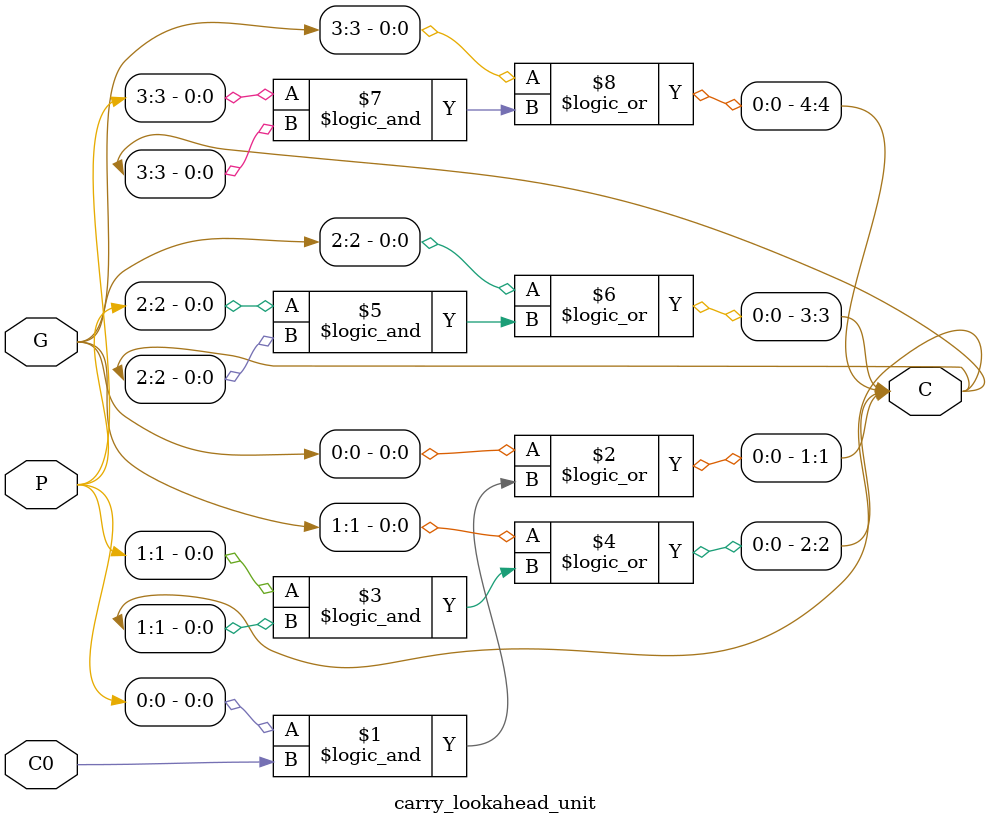
<source format=v>
module carry_lookahead_unit (C, G, P, C0);
  // Ports are wires because we will use dataflow
  output wire [4:1] C; // C4, C3, C2, C1
  input wire [3:0] G, P; // Generates and propagates
  input wire C0; // input carry

  assign C[1] = G[0] || (P[0] && C0);
  assign C[2] = G[1] || (P[1] && C[1]);
  assign C[3] = G[2] || (P[2] && C[2]);
  assign C[4] = G[3] || (P[3] && C[3]);

endmodule // carry_lookahead_unit

</source>
